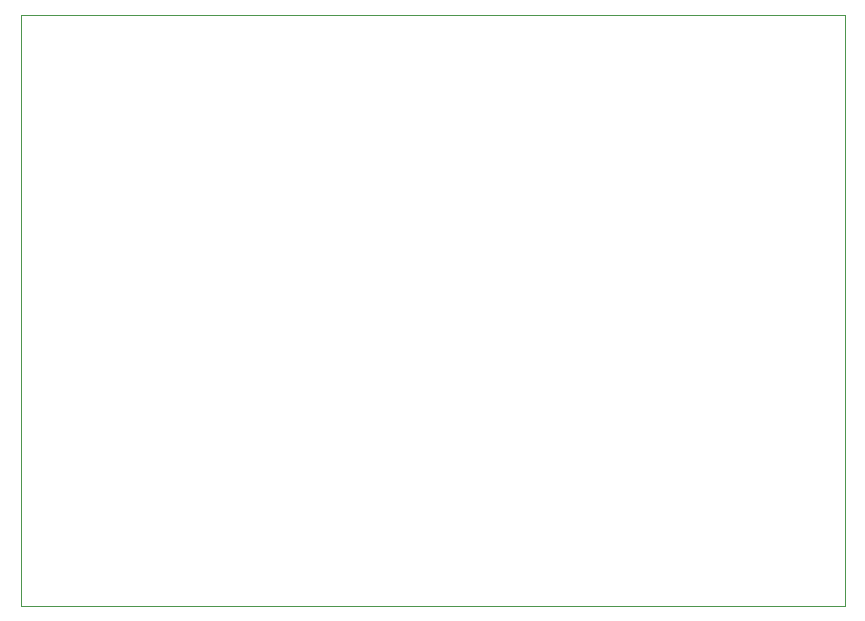
<source format=gbr>
%TF.GenerationSoftware,KiCad,Pcbnew,8.0.6*%
%TF.CreationDate,2024-11-25T15:37:35+03:30*%
%TF.ProjectId,AlarmClock,416c6172-6d43-46c6-9f63-6b2e6b696361,rev?*%
%TF.SameCoordinates,Original*%
%TF.FileFunction,Profile,NP*%
%FSLAX46Y46*%
G04 Gerber Fmt 4.6, Leading zero omitted, Abs format (unit mm)*
G04 Created by KiCad (PCBNEW 8.0.6) date 2024-11-25 15:37:35*
%MOMM*%
%LPD*%
G01*
G04 APERTURE LIST*
%TA.AperFunction,Profile*%
%ADD10C,0.050000*%
%TD*%
G04 APERTURE END LIST*
D10*
X79250000Y-78000000D02*
X149000000Y-78000000D01*
X149000000Y-128000000D01*
X79250000Y-128000000D01*
X79250000Y-78000000D01*
M02*

</source>
